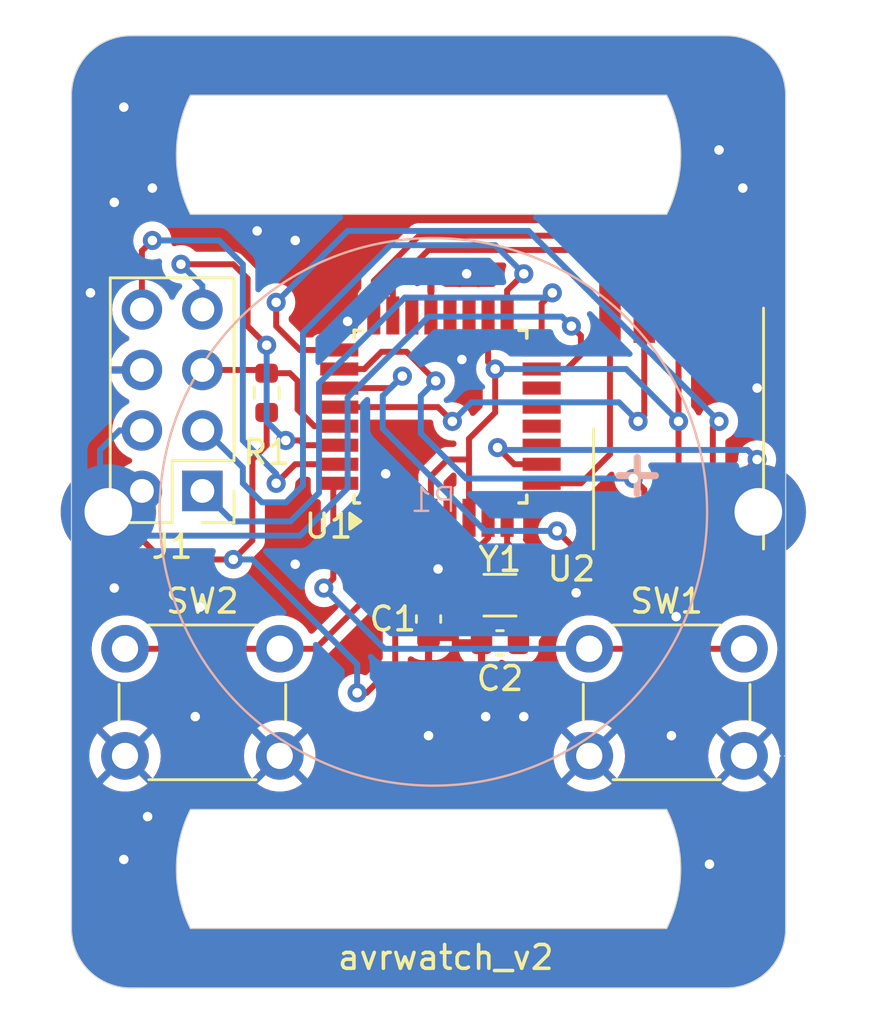
<source format=kicad_pcb>
(kicad_pcb (version 20240108) (generator "pcbnew") (generator_version "8.0")
  (layers (0 "F.Cu" signal) (31 "B.Cu" signal) (34 "B.Paste" user) (35 "F.Paste" user) (36 "B.SilkS" user "B.Silkscreen") (37 "F.SilkS" user "F.Silkscreen") (38 "B.Mask" user) (39 "F.Mask" user) (44 "Edge.Cuts" user))
  (net 0 "")
  (net 1 "Net-(U1-XTAL1{slash}PB6)")
  (net 2 "Net-(U1-XTAL2{slash}PB7)")
  (net 3 "/MISO")
  (net 4 "/TX")
  (net 5 "/SCK")
  (net 6 "/RX")
  (net 7 "GND")
  (net 8 "VCC")
  (net 9 "/MOSI")
  (net 10 "Net-(U1-PD2)")
  (net 11 "/RST")
  (net 12 "Net-(U1-PD3)")
  (net 14 "Net-(U1-PC5)")
  (net 17 "Net-(U1-PD5)")
  (net 18 "Net-(U1-PC0)")
  (net 19 "Net-(U1-PC1)")
  (net 21 "Net-(U1-PC3)")
  (net 22 "Net-(U1-PC2)")
  (net 27 "Net-(U1-PD6)")
  (net 28 "Net-(U1-PC4)")
  (footprint "Package_QFP:TQFP-32_7x7mm_P0.8mm" (layer "F.Cu") (at 130.5 71 90)
    (property "Reference" "U1" (at -4.6 -4.7 0) (layer "F.SilkS"))
    (property "Value" "ATmega328P-AU")
    (fp_line (start 3.625 -3.625) (end 3.3 -3.625) (stroke (width 0.15)) (layer "F.SilkS"))
    (fp_line (start 3.625 -3.625) (end 3.625 -3.3) (stroke (width 0.15)) (layer "F.SilkS"))
    (fp_line (start -3.625 -3.625) (end -3.3 -3.625) (stroke (width 0.15)) (layer "F.SilkS"))
    (fp_line (start -3.625 -3.625) (end -3.625 -3.4) (stroke (width 0.15)) (layer "F.SilkS"))
    (fp_line (start 3.625 3.625) (end 3.625 3.3) (stroke (width 0.15)) (layer "F.SilkS"))
    (fp_line (start 3.625 3.625) (end 3.3 3.625) (stroke (width 0.15)) (layer "F.SilkS"))
    (fp_line (start -3.625 3.625) (end -3.625 3.3) (stroke (width 0.15)) (layer "F.SilkS"))
    (fp_line (start -3.625 3.625) (end -3.3 3.625) (stroke (width 0.15)) (layer "F.SilkS"))
    (fp_poly (pts (xy -4.39 -3.34) (xy -4.73 -3.81) (xy -4.05 -3.81) (xy -4.39 -3.34)) (stroke (width 0.12)) (fill solid) (layer "F.SilkS"))
    (pad "1" smd rect (at -4.25 -2.8 90) (size 1.6 0.55) (layers "F.Cu" "F.Paste" "F.Mask") (net 12 "Net-(U1-PD3)"))
    (pad "2" smd rect (at -4.25 -2 90) (size 1.6 0.55) (layers "F.Cu" "F.Paste" "F.Mask"))
    (pad "3" smd rect (at -4.25 -1.2 90) (size 1.6 0.55) (layers "F.Cu" "F.Paste" "F.Mask") (net 7 "GND"))
    (pad "4" smd rect (at -4.25 -0.4 90) (size 1.6 0.55) (layers "F.Cu" "F.Paste" "F.Mask") (net 8 "VCC"))
    (pad "5" smd rect (at -4.25 0.4 90) (size 1.6 0.55) (layers "F.Cu" "F.Paste" "F.Mask") (net 7 "GND"))
    (pad "6" smd rect (at -4.25 1.2 90) (size 1.6 0.55) (layers "F.Cu" "F.Paste" "F.Mask") (net 8 "VCC"))
    (pad "7" smd rect (at -4.25 2 90) (size 1.6 0.55) (layers "F.Cu" "F.Paste" "F.Mask") (net 1 "Net-(U1-XTAL1{slash}PB6)"))
    (pad "8" smd rect (at -4.25 2.8 90) (size 1.6 0.55) (layers "F.Cu" "F.Paste" "F.Mask") (net 2 "Net-(U1-XTAL2{slash}PB7)"))
    (pad "9" smd rect (at -2.8 4.25 180) (size 1.6 0.55) (layers "F.Cu" "F.Paste" "F.Mask") (net 17 "Net-(U1-PD5)"))
    (pad "10" smd rect (at -2 4.25 180) (size 1.6 0.55) (layers "F.Cu" "F.Paste" "F.Mask") (net 27 "Net-(U1-PD6)"))
    (pad "11" smd rect (at -1.2 4.25 180) (size 1.6 0.55) (layers "F.Cu" "F.Paste" "F.Mask"))
    (pad "12" smd rect (at -0.4 4.25 180) (size 1.6 0.55) (layers "F.Cu" "F.Paste" "F.Mask"))
    (pad "13" smd rect (at 0.4 4.25 180) (size 1.6 0.55) (layers "F.Cu" "F.Paste" "F.Mask"))
    (pad "14" smd rect (at 1.2 4.25 180) (size 1.6 0.55) (layers "F.Cu" "F.Paste" "F.Mask"))
    (pad "15" smd rect (at 2 4.25 180) (size 1.6 0.55) (layers "F.Cu" "F.Paste" "F.Mask") (net 9 "/MOSI"))
    (pad "16" smd rect (at 2.8 4.25 180) (size 1.6 0.55) (layers "F.Cu" "F.Paste" "F.Mask") (net 3 "/MISO"))
    (pad "17" smd rect (at 4.25 2.8 90) (size 1.6 0.55) (layers "F.Cu" "F.Paste" "F.Mask") (net 5 "/SCK"))
    (pad "18" smd rect (at 4.25 2 90) (size 1.6 0.55) (layers "F.Cu" "F.Paste" "F.Mask") (net 8 "VCC"))
    (pad "19" smd rect (at 4.25 1.2 90) (size 1.6 0.55) (layers "F.Cu" "F.Paste" "F.Mask"))
    (pad "20" smd rect (at 4.25 0.4 90) (size 1.6 0.55) (layers "F.Cu" "F.Paste" "F.Mask"))
    (pad "21" smd rect (at 4.25 -0.4 90) (size 1.6 0.55) (layers "F.Cu" "F.Paste" "F.Mask") (net 7 "GND"))
    (pad "22" smd rect (at 4.25 -1.2 90) (size 1.6 0.55) (layers "F.Cu" "F.Paste" "F.Mask"))
    (pad "23" smd rect (at 4.25 -2 90) (size 1.6 0.55) (layers "F.Cu" "F.Paste" "F.Mask") (net 18 "Net-(U1-PC0)"))
    (pad "24" smd rect (at 4.25 -2.8 90) (size 1.6 0.55) (layers "F.Cu" "F.Paste" "F.Mask") (net 19 "Net-(U1-PC1)"))
    (pad "25" smd rect (at 2.8 -4.25 180) (size 1.6 0.55) (layers "F.Cu" "F.Paste" "F.Mask") (net 22 "Net-(U1-PC2)"))
    (pad "26" smd rect (at 2 -4.25 180) (size 1.6 0.55) (layers "F.Cu" "F.Paste" "F.Mask") (net 21 "Net-(U1-PC3)"))
    (pad "27" smd rect (at 1.2 -4.25 180) (size 1.6 0.55) (layers "F.Cu" "F.Paste" "F.Mask") (net 28 "Net-(U1-PC4)"))
    (pad "28" smd rect (at 0.4 -4.25 180) (size 1.6 0.55) (layers "F.Cu" "F.Paste" "F.Mask") (net 14 "Net-(U1-PC5)"))
    (pad "29" smd rect (at -0.4 -4.25 180) (size 1.6 0.55) (layers "F.Cu" "F.Paste" "F.Mask") (net 11 "/RST"))
    (pad "30" smd rect (at -1.2 -4.25 180) (size 1.6 0.55) (layers "F.Cu" "F.Paste" "F.Mask") (net 6 "/RX"))
    (pad "31" smd rect (at -2 -4.25 180) (size 1.6 0.55) (layers "F.Cu" "F.Paste" "F.Mask") (net 4 "/TX"))
    (pad "32" smd rect (at -2.8 -4.25 180) (size 1.6 0.55) (layers "F.Cu" "F.Paste" "F.Mask") (net 10 "Net-(U1-PD2)"))
  )
  (footprint "Display_7Segment:KCSC02-105" (layer "F.Cu") (at 140.5 71.5 90)
    (property "Reference" "U2" (at -5.9 -4.5 0) (layer "F.SilkS"))
    (property "Value" "KCSA02-105")
    (fp_line (start -5.06 -3.57) (end 0 -3.57) (stroke (width 0.12)) (layer "F.SilkS"))
    (fp_line (start 5.06 3.57) (end -5.06 3.57) (stroke (width 0.12)) (layer "F.SilkS"))
    (pad "1" smd rect (at -5 -2.88 90) (size 2.8 0.9) (layers "F.Cu" "F.Paste" "F.Mask") (net 28 "Net-(U1-PC4)"))
    (pad "2" smd rect (at -5 -1.44 90) (size 2.8 0.9) (layers "F.Cu" "F.Paste" "F.Mask") (net 21 "Net-(U1-PC3)"))
    (pad "3" smd rect (at -5 0 90) (size 2.8 0.9) (layers "F.Cu" "F.Paste" "F.Mask") (net 8 "VCC"))
    (pad "4" smd rect (at -5 1.44 90) (size 2.8 0.9) (layers "F.Cu" "F.Paste" "F.Mask") (net 22 "Net-(U1-PC2)"))
    (pad "5" smd rect (at -5 2.88 90) (size 2.8 0.9) (layers "F.Cu" "F.Paste" "F.Mask") (net 27 "Net-(U1-PD6)"))
    (pad "6" smd rect (at 5 2.88 90) (size 2.8 0.9) (layers "F.Cu" "F.Paste" "F.Mask") (net 19 "Net-(U1-PC1)"))
    (pad "7" smd rect (at 5 1.44 90) (size 2.8 0.9) (layers "F.Cu" "F.Paste" "F.Mask") (net 18 "Net-(U1-PC0)"))
    (pad "8" smd rect (at 5 0 90) (size 2.8 0.9) (layers "F.Cu" "F.Paste" "F.Mask") (net 8 "VCC"))
    (pad "9" smd rect (at 5 -1.44 90) (size 2.8 0.9) (layers "F.Cu" "F.Paste" "F.Mask") (net 14 "Net-(U1-PC5)"))
    (pad "10" smd rect (at 5 -2.88 90) (size 2.8 0.9) (layers "F.Cu" "F.Paste" "F.Mask") (net 17 "Net-(U1-PD5)"))
  )
  (footprint "Resistor_SMD:R_0603_1608Metric" (layer "F.Cu") (at 123.2 70 90)
    (property "Reference" "R1" (at -2.5 0 180) (layer "F.SilkS"))
    (property "Value" "10k")
    (fp_line (start -0.237258 -0.5225) (end 0.237258 -0.5225) (stroke (width 0.12)) (layer "F.SilkS"))
    (fp_line (start -0.237258 0.5225) (end 0.237258 0.5225) (stroke (width 0.12)) (layer "F.SilkS"))
    (pad "1" smd roundrect (at -0.825 0 90) (size 0.8 0.95) (layers "F.Cu" "F.Paste" "F.Mask") (net 8 "VCC"))
    (pad "2" smd roundrect (at 0.825 0 90) (size 0.8 0.95) (layers "F.Cu" "F.Paste" "F.Mask") (net 11 "/RST"))
  )
  (footprint "Connector_PinHeader_2.54mm:PinHeader_2x04_P2.54mm_Vertical" (layer "F.Cu") (at 120.5 74.12 180)
    (property "Reference" "J1" (at 1.27 -2.33 0) (layer "F.SilkS"))
    (property "Value" "ICP")
    (fp_line (start 3.87 -1.33) (end 3.87 8.95) (stroke (width 0.12)) (layer "F.SilkS"))
    (fp_line (start 1.27 1.27) (end 1.27 -1.33) (stroke (width 0.12)) (layer "F.SilkS"))
    (fp_line (start 1.27 -1.33) (end 3.87 -1.33) (stroke (width 0.12)) (layer "F.SilkS"))
    (fp_line (start -1.33 8.95) (end 3.87 8.95) (stroke (width 0.12)) (layer "F.SilkS"))
    (fp_line (start -1.33 1.27) (end 1.27 1.27) (stroke (width 0.12)) (layer "F.SilkS"))
    (fp_line (start -1.33 1.27) (end -1.33 8.95) (stroke (width 0.12)) (layer "F.SilkS"))
    (fp_line (start -1.33 0) (end -1.33 -1.33) (stroke (width 0.12)) (layer "F.SilkS"))
    (fp_line (start -1.33 -1.33) (end 0 -1.33) (stroke (width 0.12)) (layer "F.SilkS"))
    (pad "1" thru_hole rect (at 0 0 180) (size 1.7 1.7) (drill 1) (layers "*.Cu" "*.Mask") (net 3 "/MISO"))
    (pad "2" thru_hole oval (at 2.54 0 180) (size 1.7 1.7) (drill 1) (layers "*.Cu" "*.Mask") (net 8 "VCC"))
    (pad "3" thru_hole oval (at 0 2.54 180) (size 1.7 1.7) (drill 1) (layers "*.Cu" "*.Mask") (net 5 "/SCK"))
    (pad "4" thru_hole oval (at 2.54 2.54 180) (size 1.7 1.7) (drill 1) (layers "*.Cu" "*.Mask") (net 9 "/MOSI"))
    (pad "5" thru_hole oval (at 0 5.08 180) (size 1.7 1.7) (drill 1) (layers "*.Cu" "*.Mask") (net 11 "/RST"))
    (pad "6" thru_hole oval (at 2.54 5.08 180) (size 1.7 1.7) (drill 1) (layers "*.Cu" "*.Mask") (net 7 "GND"))
    (pad "7" thru_hole oval (at 0 7.62 180) (size 1.7 1.7) (drill 1) (layers "*.Cu" "*.Mask") (net 6 "/RX"))
    (pad "8" thru_hole oval (at 2.54 7.62 180) (size 1.7 1.7) (drill 1) (layers "*.Cu" "*.Mask") (net 4 "/TX"))
  )
  (footprint "QuorumPrecision:SW_PUSH_6mm_H9.5mm_center" (layer "F.Cu") (at 120.5 83)
    (property "Reference" "SW2" (at 0 -4.25 0) (layer "F.SilkS"))
    (property "Value" "SW_Push")
    (fp_line (start -3.5 -0.75) (end -3.5 0.75) (stroke (width 0.12)) (layer "F.SilkS"))
    (fp_line (start -2.25 3.25) (end 2.25 3.25) (stroke (width 0.12)) (layer "F.SilkS"))
    (fp_line (start 2.25 -3.25) (end -2.25 -3.25) (stroke (width 0.12)) (layer "F.SilkS"))
    (fp_line (start 3.5 0.75) (end 3.5 -0.75) (stroke (width 0.12)) (layer "F.SilkS"))
    (pad "1" thru_hole circle (at -3.25 -2.25 90) (size 2 2) (drill 1.1) (layers "*.Cu" "*.Mask") (net 12 "Net-(U1-PD3)"))
    (pad "1" thru_hole circle (at 3.25 -2.25 90) (size 2 2) (drill 1.1) (layers "*.Cu" "*.Mask") (net 12 "Net-(U1-PD3)"))
    (pad "2" thru_hole circle (at -3.25 2.25 90) (size 2 2) (drill 1.1) (layers "*.Cu" "*.Mask") (net 7 "GND"))
    (pad "2" thru_hole circle (at 3.25 2.25 90) (size 2 2) (drill 1.1) (layers "*.Cu" "*.Mask") (net 7 "GND"))
  )
  (footprint "QuorumPrecision:SW_PUSH_6mm_H9.5mm_center" (layer "F.Cu") (at 140 83)
    (property "Reference" "SW1" (at 0 -4.25 0) (layer "F.SilkS"))
    (property "Value" "SW_Push")
    (fp_line (start -3.5 -0.75) (end -3.5 0.75) (stroke (width 0.12)) (layer "F.SilkS"))
    (fp_line (start -2.25 3.25) (end 2.25 3.25) (stroke (width 0.12)) (layer "F.SilkS"))
    (fp_line (start 2.25 -3.25) (end -2.25 -3.25) (stroke (width 0.12)) (layer "F.SilkS"))
    (fp_line (start 3.5 0.75) (end 3.5 -0.75) (stroke (width 0.12)) (layer "F.SilkS"))
    (pad "1" thru_hole circle (at -3.25 -2.25 90) (size 2 2) (drill 1.1) (layers "*.Cu" "*.Mask") (net 10 "Net-(U1-PD2)"))
    (pad "1" thru_hole circle (at 3.25 -2.25 90) (size 2 2) (drill 1.1) (layers "*.Cu" "*.Mask") (net 10 "Net-(U1-PD2)"))
    (pad "2" thru_hole circle (at -3.25 2.25 90) (size 2 2) (drill 1.1) (layers "*.Cu" "*.Mask") (net 7 "GND"))
    (pad "2" thru_hole circle (at 3.25 2.25 90) (size 2 2) (drill 1.1) (layers "*.Cu" "*.Mask") (net 7 "GND"))
  )
  (footprint "Crystal:Crystal_SMD_3215-2Pin_3.2x1.5mm" (layer "F.Cu") (at 133 78.5 180)
    (property "Reference" "Y1" (at 0 1.5 180) (layer "F.SilkS"))
    (property "Value" "ABS07-120-32.768KHZ-T")
    (fp_line (start -0.675 0.875) (end 0.675 0.875) (stroke (width 0.12)) (layer "F.SilkS"))
    (fp_line (start -0.675 -0.875) (end 0.675 -0.875) (stroke (width 0.12)) (layer "F.SilkS"))
    (pad "1" smd rect (at 1.25 0 180) (size 1 1.8) (layers "F.Cu" "F.Paste" "F.Mask") (net 1 "Net-(U1-XTAL1{slash}PB6)"))
    (pad "2" smd rect (at -1.25 0 180) (size 1 1.8) (layers "F.Cu" "F.Paste" "F.Mask") (net 2 "Net-(U1-XTAL2{slash}PB7)"))
  )
  (footprint "Capacitor_SMD:C_0603_1608Metric" (layer "F.Cu") (at 130 79.5 90)
    (property "Reference" "C1" (at 0 -1.5 0) (layer "F.SilkS"))
    (property "Value" "6p")
    (fp_line (start -0.14058 -0.51) (end 0.14058 -0.51) (stroke (width 0.12)) (layer "F.SilkS"))
    (fp_line (start -0.14058 0.51) (end 0.14058 0.51) (stroke (width 0.12)) (layer "F.SilkS"))
    (pad "1" smd roundrect (at -0.775 0 90) (size 0.9 0.95) (layers "F.Cu" "F.Paste" "F.Mask") (net 7 "GND"))
    (pad "2" smd roundrect (at 0.775 0 90) (size 0.9 0.95) (layers "F.Cu" "F.Paste" "F.Mask") (net 1 "Net-(U1-XTAL1{slash}PB6)"))
  )
  (footprint "Capacitor_SMD:C_0603_1608Metric" (layer "F.Cu") (at 133 80.5)
    (property "Reference" "C2" (at 0 1.5 0) (layer "F.SilkS"))
    (property "Value" "6p")
    (fp_line (start -0.14058 -0.51) (end 0.14058 -0.51) (stroke (width 0.12)) (layer "F.SilkS"))
    (fp_line (start -0.14058 0.51) (end 0.14058 0.51) (stroke (width 0.12)) (layer "F.SilkS"))
    (pad "1" smd roundrect (at -0.775 0) (size 0.9 0.95) (layers "F.Cu" "F.Paste" "F.Mask") (net 7 "GND"))
    (pad "2" smd roundrect (at 0.775 0) (size 0.9 0.95) (layers "F.Cu" "F.Paste" "F.Mask") (net 2 "Net-(U1-XTAL2{slash}PB7)"))
  )
  (footprint "QuorumPrecision:CR2032-120591" (layer "B.Cu") (at 130.2 75 180)
    (property "Reference" "P1" (at 0 0.5 0) (layer "B.SilkS") (effects (font (thickness 0.1)) (justify mirror)))
    (property "Value" "~")
    (fp_circle (center 0 0) (end 0 11.5) (stroke (width 0.1)) (fill none) (layer "B.SilkS"))
    (fp_text user "+" (at -10 0.5 0) (layer "B.SilkS") (effects (font (size 2 2) (thickness 0.3)) (justify left bottom mirror)))
    (pad "1" thru_hole circle (at -13.65 0 180) (size 4 4) (drill 2) (layers "*.Cu" "*.Mask") (net 8 "VCC"))
    (pad "2" thru_hole circle (at 13.65 0 180) (size 4 4) (drill 2) (layers "*.Cu" "*.Mask") (net 7 "GND"))
  )
  (gr_line (start 120.000001 87.5) (end 139.999999 87.5) (stroke (width 0.05)) (layer "Edge.Cuts"))
  (gr_line (start 139.999999 62.5) (end 120.000001 62.5) (stroke (width 0.05)) (layer "Edge.Cuts"))
  (gr_line (start 117.5 95) (end 142.5 95) (stroke (width 0.05)) (layer "Edge.Cuts"))
  (gr_arc (start 115 57.5) (mid 115.732233 55.732233) (end 117.5 55) (stroke (width 0.05)) (layer "Edge.Cuts"))
  (gr_line (start 142.5 55) (end 117.5 55) (stroke (width 0.05)) (layer "Edge.Cuts"))
  (gr_arc (start 117.5 95) (mid 115.732233 94.267767) (end 115 92.5) (stroke (width 0.05)) (layer "Edge.Cuts"))
  (gr_arc (start 145 92.5) (mid 144.267767 94.267767) (end 142.5 95) (stroke (width 0.05)) (layer "Edge.Cuts"))
  (gr_line (start 115 57.5) (end 115 92.5) (stroke (width 0.05)) (layer "Edge.Cuts"))
  (gr_line (start 120.000001 92.5) (end 139.999999 92.5) (stroke (width 0.05)) (layer "Edge.Cuts"))
  (gr_line (start 145 92.5) (end 145 57.5) (stroke (width 0.05)) (layer "Edge.Cuts"))
  (gr_arc (start 120.000001 62.5) (mid 119.409831 60) (end 120.000001 57.5) (stroke (width 0.05)) (layer "Edge.Cuts"))
  (gr_line (start 139.999999 57.5) (end 120.000001 57.5) (stroke (width 0.05)) (layer "Edge.Cuts"))
  (gr_arc (start 139.999999 57.5) (mid 140.590169 60) (end 139.999999 62.5) (stroke (width 0.05)) (layer "Edge.Cuts"))
  (gr_arc (start 139.999999 87.5) (mid 140.590169 90) (end 139.999999 92.5) (stroke (width 0.05)) (layer "Edge.Cuts"))
  (gr_arc (start 120.000001 92.5) (mid 119.409831 90) (end 120.000001 87.5) (stroke (width 0.05)) (layer "Edge.Cuts"))
  (gr_arc (start 142.5 55) (mid 144.267767 55.732233) (end 145 57.5) (stroke (width 0.05)) (layer "Edge.Cuts"))
  (gr_text "avrwatch_v2" (at 126.1 94.3 0) (layer "F.SilkS") (effects (font (size 1 1)) (justify left bottom)))
  (segment (start 131.525 78.725) (end 131.75 78.5) (width 0.25) (layer "F.Cu") (net 1))
  (segment (start 131.75 76.85) (end 131.75 78.5) (width 0.25) (layer "F.Cu") (net 1))
  (segment (start 132.5 75.25) (end 132.5 76.1) (width 0.25) (layer "F.Cu") (net 1))
  (segment (start 130 78.725) (end 131.525 78.725) (width 0.25) (layer "F.Cu") (net 1))
  (segment (start 132.5 76.1) (end 131.75 76.85) (width 0.25) (layer "F.Cu") (net 1))
  (segment (start 133.3 75.25) (end 133.3 76.3) (width 0.25) (layer "F.Cu") (net 2))
  (segment (start 134.25 80.025) (end 133.775 80.5) (width 0.25) (layer "F.Cu") (net 2))
  (segment (start 134.25 78.5) (end 134.25 80.025) (width 0.25) (layer "F.Cu") (net 2))
  (segment (start 134.25 77.25) (end 134.25 78.5) (width 0.25) (layer "F.Cu") (net 2))
  (segment (start 133.3 76.3) (end 134.25 77.25) (width 0.25) (layer "F.Cu") (net 2))
  (segment (start 134.75 66.25) (end 134.75 68.2) (width 0.25) (layer "F.Cu") (net 3))
  (segment (start 135.2 65.8) (end 134.75 66.25) (width 0.25) (layer "F.Cu") (net 3))
  (via (at 135.2 65.8) (size 0.8) (drill 0.4) (layers "F.Cu" "B.Cu") (net 3))
  (segment (start 121.78 75.4) (end 120.5 74.12) (width 0.25) (layer "B.Cu") (net 3))
  (segment (start 124.2 75.4) (end 121.78 75.4) (width 0.25) (layer "B.Cu") (net 3))
  (segment (start 125.4 69.6) (end 125.4 74.2) (width 0.25) (layer "B.Cu") (net 3))
  (segment (start 129 66) (end 125.4 69.6) (width 0.25) (layer "B.Cu") (net 3))
  (segment (start 135.2 65.8) (end 135 66) (width 0.25) (layer "B.Cu") (net 3))
  (segment (start 125.4 74.2) (end 124.2 75.4) (width 0.25) (layer "B.Cu") (net 3))
  (segment (start 135 66) (end 129 66) (width 0.25) (layer "B.Cu") (net 3))
  (segment (start 123.6 73.8) (end 124.4 73) (width 0.25) (layer "F.Cu") (net 4))
  (segment (start 124.4 73) (end 126.25 73) (width 0.25) (layer "F.Cu") (net 4))
  (segment (start 117.96 64.04) (end 118.4 63.6) (width 0.25) (layer "F.Cu") (net 4))
  (segment (start 117.96 66.5) (end 117.96 64.04) (width 0.25) (layer "F.Cu") (net 4))
  (via (at 123.6 73.8) (size 0.8) (drill 0.4) (layers "F.Cu" "B.Cu") (net 4))
  (via (at 118.4 63.6) (size 0.8) (drill 0.4) (layers "F.Cu" "B.Cu") (net 4))
  (segment (start 123.6 73.4) (end 123.6 73.8) (width 0.25) (layer "B.Cu") (net 4))
  (segment (start 118.4 63.6) (end 121.2 63.6) (width 0.25) (layer "B.Cu") (net 4))
  (segment (start 122.2 64.6) (end 122.2 72) (width 0.25) (layer "B.Cu") (net 4))
  (segment (start 121.2 63.6) (end 122.2 64.6) (width 0.25) (layer "B.Cu") (net 4))
  (segment (start 122.2 72) (end 123.6 73.4) (width 0.25) (layer "B.Cu") (net 4))
  (segment (start 133.3 65.7) (end 134 65) (width 0.25) (layer "F.Cu") (net 5))
  (segment (start 133.3 66.75) (end 133.3 65.7) (width 0.25) (layer "F.Cu") (net 5))
  (via (at 134 65) (size 0.8) (drill 0.4) (layers "F.Cu" "B.Cu") (net 5))
  (segment (start 124.725 67.475) (end 124.725 73.887653) (width 0.25) (layer "B.Cu") (net 5))
  (segment (start 122.2 73.8) (end 122.2 73.14) (width 0.25) (layer "B.Cu") (net 5))
  (segment (start 128.4 63.8) (end 124.725 67.475) (width 0.25) (layer "B.Cu") (net 5))
  (segment (start 124.725 73.887653) (end 124.012653 74.6) (width 0.25) (layer "B.Cu") (net 5))
  (segment (start 120.64 71.58) (end 120.5 71.58) (width 0.25) (layer "B.Cu") (net 5))
  (segment (start 122.2 73.14) (end 120.64 71.58) (width 0.25) (layer "B.Cu") (net 5))
  (segment (start 124.012653 74.6) (end 123 74.6) (width 0.25) (layer "B.Cu") (net 5))
  (segment (start 132.8 63.8) (end 128.4 63.8) (width 0.25) (layer "B.Cu") (net 5))
  (segment (start 123 74.6) (end 122.2 73.8) (width 0.25) (layer "B.Cu") (net 5))
  (segment (start 134 65) (end 132.8 63.8) (width 0.25) (layer "B.Cu") (net 5))
  (segment (start 123.2 68) (end 122.4 67.2) (width 0.25) (layer "F.Cu") (net 6))
  (segment (start 121.8 64.6) (end 119.6 64.6) (width 0.25) (layer "F.Cu") (net 6))
  (segment (start 124.6 72) (end 124.8 72.2) (width 0.25) (layer "F.Cu") (net 6))
  (segment (start 122.4 65.2) (end 121.8 64.6) (width 0.25) (layer "F.Cu") (net 6))
  (segment (start 122.4 67.2) (end 122.4 65.2) (width 0.25) (layer "F.Cu") (net 6))
  (segment (start 124 72) (end 124.6 72) (width 0.25) (layer "F.Cu") (net 6))
  (segment (start 124.8 72.2) (end 126.25 72.2) (width 0.25) (layer "F.Cu") (net 6))
  (via (at 124 72) (size 0.8) (drill 0.4) (layers "F.Cu" "B.Cu") (net 6))
  (via (at 123.2 68) (size 0.8) (drill 0.4) (layers "F.Cu" "B.Cu") (net 6))
  (via (at 119.6 64.6) (size 0.8) (drill 0.4) (layers "F.Cu" "B.Cu") (net 6))
  (segment (start 120.5 65.5) (end 119.6 64.6) (width 0.25) (layer "B.Cu") (net 6))
  (segment (start 120.5 66.5) (end 120.5 65.5) (width 0.25) (layer "B.Cu") (net 6))
  (segment (start 123.2 68) (end 123.2 71.2) (width 0.25) (layer "B.Cu") (net 6))
  (segment (start 123.2 71.2) (end 124 72) (width 0.25) (layer "B.Cu") (net 6))
  (via (at 130 84.4) (size 0.8) (drill 0.4) (layers "F.Cu" "B.Cu") (net 7))
  (via (at 130.4 77.4) (size 0.8) (drill 0.4) (layers "F.Cu" "B.Cu") (net 7))
  (via (at 134 83.6) (size 0.8) (drill 0.4) (layers "F.Cu" "B.Cu") (net 7))
  (via (at 132.4 83.6) (size 0.8) (drill 0.4) (layers "F.Cu" "B.Cu") (net 7))
  (via (at 122.8 63.2) (size 0.8) (drill 0.4) (layers "F.Cu" "B.Cu") (net 7))
  (via (at 118.2 87.8) (size 0.8) (drill 0.4) (layers "F.Cu" "B.Cu") (net 7))
  (via (at 140.2 84.4) (size 0.8) (drill 0.4) (layers "F.Cu" "B.Cu") (net 7))
  (via (at 120.2 83.6) (size 0.8) (drill 0.4) (layers "F.Cu" "B.Cu") (net 7))
  (via (at 126.6 67) (size 0.8) (drill 0.4) (layers "F.Cu" "B.Cu") (net 7))
  (via (at 140.4 79.4) (size 0.8) (drill 0.4) (layers "F.Cu" "B.Cu") (net 7))
  (via (at 116.8 62) (size 0.8) (drill 0.4) (layers "F.Cu" "B.Cu") (net 7))
  (via (at 142.2 59.8) (size 0.8) (drill 0.4) (layers "F.Cu" "B.Cu") (net 7))
  (via (at 124.4 63.6) (size 0.8) (drill 0.4) (layers "F.Cu" "B.Cu") (net 7))
  (via (at 131.6 65) (size 0.8) (drill 0.4) (layers "F.Cu" "B.Cu") (net 7))
  (via (at 131.4 68.6) (size 0.8) (drill 0.4) (layers "F.Cu" "B.Cu") (net 7))
  (via (at 116.8 78.2) (size 0.8) (drill 0.4) (layers "F.Cu" "B.Cu") (net 7))
  (via (at 117.2 89.6) (size 0.8) (drill 0.4) (layers "F.Cu" "B.Cu") (net 7))
  (via (at 141.8 89.8) (size 0.8) (drill 0.4) (layers "F.Cu" "B.Cu") (net 7))
  (via (at 117.2 58) (size 0.8) (drill 0.4) (layers "F.Cu" "B.Cu") (net 7))
  (via (at 124.4 77.2) (size 0.8) (drill 0.4) (layers "F.Cu" "B.Cu") (net 7))
  (via (at 120.4 79) (size 0.8) (drill 0.4) (layers "F.Cu" "B.Cu") (net 7))
  (via (at 115.8 65.8) (size 0.8) (drill 0.4) (layers "F.Cu" "B.Cu") (net 7))
  (via (at 143.8 69.8) (size 0.8) (drill 0.4) (layers "F.Cu" "B.Cu") (net 7))
  (via (at 128.2 73.4) (size 0.8) (drill 0.4) (layers "F.Cu" "B.Cu") (net 7))
  (via (at 136.2 78.4) (size 0.8) (drill 0.4) (layers "F.Cu" "B.Cu") (net 7))
  (via (at 118.4 61.4) (size 0.8) (drill 0.4) (layers "F.Cu" "B.Cu") (net 7))
  (via (at 143.2 61.4) (size 0.8) (drill 0.4) (layers "F.Cu" "B.Cu") (net 7))
  (segment (start 132.8 70.825306) (end 132.8 69) (width 0.25) (layer "F.Cu") (net 8))
  (segment (start 130.1 76.1) (end 128.6 77.6) (width 0.25) (layer "F.Cu") (net 8))
  (segment (start 140.5 66.5) (end 140.5 71.2) (width 0.25) (layer "F.Cu") (net 8))
  (segment (start 131.7 72.8) (end 131.7 71.925306) (width 0.25) (layer "F.Cu") (net 8))
  (segment (start 121.8 77) (end 122.6 76.2) (width 0.25) (layer "F.Cu") (net 8))
  (segment (start 130.1 75.25) (end 130.1 73.5) (width 0.25) (layer "F.Cu") (net 8))
  (segment (start 130.8 72.8) (end 131.7 72.8) (width 0.25) (layer "F.Cu") (net 8))
  (segment (start 130.1 75.25) (end 130.1 76.1) (width 0.25) (layer "F.Cu") (net 8))
  (segment (start 128.6 81.4) (end 127.4 82.6) (width 0.25) (layer "F.Cu") (net 8))
  (segment (start 122.6 76.2) (end 122.6 72.8) (width 0.25) (layer "F.Cu") (net 8))
  (segment (start 118.8 77) (end 121.8 77) (width 0.25) (layer "F.Cu") (net 8))
  (segment (start 127.4 82.6) (end 127 82.6) (width 0.25) (layer "F.Cu") (net 8))
  (segment (start 140.5 71.2) (end 140.5 76.5) (width 0.25) (layer "F.Cu") (net 8))
  (segment (start 131.7 75.25) (end 131.7 72.8) (width 0.25) (layer "F.Cu") (net 8))
  (segment (start 128.6 77.6) (end 128.6 81.4) (width 0.25) (layer "F.Cu") (net 8))
  (segment (start 117.96 76.16) (end 118.8 77) (width 0.25) (layer "F.Cu") (net 8))
  (segment (start 123.2 72.2) (end 123.2 70.825) (width 0.25) (layer "F.Cu") (net 8))
  (segment (start 122.6 72.8) (end 123.2 72.2) (width 0.25) (layer "F.Cu") (net 8))
  (segment (start 117.96 74.12) (end 117.96 76.16) (width 0.25) (layer "F.Cu") (net 8))
  (segment (start 131.7 71.925306) (end 132.8 70.825306) (width 0.25) (layer "F.Cu") (net 8))
  (segment (start 130.1 73.5) (end 130.8 72.8) (width 0.25) (layer "F.Cu") (net 8))
  (segment (start 132.8 69) (end 132.5 68.7) (width 0.25) (layer "F.Cu") (net 8))
  (segment (start 132.5 68.7) (end 132.5 66.75) (width 0.25) (layer "F.Cu") (net 8))
  (via (at 127 82.6) (size 0.8) (drill 0.4) (layers "F.Cu" "B.Cu") (net 8))
  (via (at 140.5 71.2) (size 0.8) (drill 0.4) (layers "F.Cu" "B.Cu") (net 8))
  (via (at 121.8 77) (size 0.8) (drill 0.4) (layers "F.Cu" "B.Cu") (net 8))
  (via (at 132.8 69) (size 0.8) (drill 0.4) (layers "F.Cu" "B.Cu") (net 8))
  (segment (start 138.3 69) (end 140.5 71.2) (width 0.25) (layer "B.Cu") (net 8))
  (segment (start 127 82.6) (end 127 81.4) (width 0.25) (layer "B.Cu") (net 8))
  (segment (start 122.6 77) (end 121.8 77) (width 0.25) (layer "B.Cu") (net 8))
  (segment (start 132.8 69) (end 138.3 69) (width 0.25) (layer "B.Cu") (net 8))
  (segment (start 127 81.4) (end 122.6 77) (width 0.25) (layer "B.Cu") (net 8))
  (segment (start 136 67.2) (end 136.4 67.6) (width 0.25) (layer "F.Cu") (net 9))
  (segment (start 136.4 67.6) (end 136.4 68.4) (width 0.25) (layer "F.Cu") (net 9))
  (segment (start 136.4 68.4) (end 135.8 69) (width 0.25) (layer "F.Cu") (net 9))
  (segment (start 135.8 69) (end 134.75 69) (width 0.25) (layer "F.Cu") (net 9))
  (via (at 136 67.2) (size 0.8) (drill 0.4) (layers "F.Cu" "B.Cu") (net 9))
  (segment (start 136 67.2) (end 135.6 66.8) (width 0.25) (layer "B.Cu") (net 9))
  (segment (start 135.6 66.8) (end 130 66.8) (width 0.25) (layer "B.Cu") (net 9))
  (segment (start 116.2 72.4) (end 117.02 71.58) (width 0.25) (layer "B.Cu") (net 9))
  (segment (start 130 66.8) (end 126.6 70.2) (width 0.25) (layer "B.Cu") (net 9))
  (segment (start 116.8 76) (end 116.2 75.4) (width 0.25) (layer "B.Cu") (net 9))
  (segment (start 116.2 75.4) (end 116.2 72.4) (width 0.25) (layer "B.Cu") (net 9))
  (segment (start 126.6 74) (end 124.6 76) (width 0.25) (layer "B.Cu") (net 9))
  (segment (start 126.6 70.2) (end 126.6 74) (width 0.25) (layer "B.Cu") (net 9))
  (segment (start 124.6 76) (end 116.8 76) (width 0.25) (layer "B.Cu") (net 9))
  (segment (start 117.02 71.58) (end 117.96 71.58) (width 0.25) (layer "B.Cu") (net 9))
  (segment (start 126.25 73.8) (end 126 74.05) (width 0.25) (layer "F.Cu") (net 10))
  (segment (start 136.75 80.75) (end 143.25 80.75) (width 0.25) (layer "F.Cu") (net 10))
  (segment (start 126 74.05) (end 126 77.8) (width 0.25) (layer "F.Cu") (net 10))
  (segment (start 126 77.8) (end 125.6 78.2) (width 0.25) (layer "F.Cu") (net 10))
  (via (at 125.6 78.2) (size 0.8) (drill 0.4) (layers "F.Cu" "B.Cu") (net 10))
  (segment (start 128.15 80.75) (end 136.75 80.75) (width 0.25) (layer "B.Cu") (net 10))
  (segment (start 125.6 78.2) (end 128.15 80.75) (width 0.25) (layer "B.Cu") (net 10))
  (segment (start 120.5 69.04) (end 123.065 69.04) (width 0.25) (layer "F.Cu") (net 11))
  (segment (start 124.5 70.7) (end 124.5 69.5) (width 0.25) (layer "F.Cu") (net 11))
  (segment (start 123.065 69.04) (end 123.2 69.175) (width 0.25) (layer "F.Cu") (net 11))
  (segment (start 126.25 71.4) (end 125.2 71.4) (width 0.25) (layer "F.Cu") (net 11))
  (segment (start 124.175 69.175) (end 123.2 69.175) (width 0.25) (layer "F.Cu") (net 11))
  (segment (start 125.2 71.4) (end 124.5 70.7) (width 0.25) (layer "F.Cu") (net 11))
  (segment (start 124.5 69.5) (end 124.175 69.175) (width 0.25) (layer "F.Cu") (net 11))
  (segment (start 127.7 75.25) (end 127.7 78.3) (width 0.25) (layer "F.Cu") (net 12))
  (segment (start 125.25 80.75) (end 123.75 80.75) (width 0.25) (layer "F.Cu") (net 12))
  (segment (start 127.7 78.3) (end 125.25 80.75) (width 0.25) (layer "F.Cu") (net 12))
  (segment (start 117.25 80.75) (end 123.75 80.75) (width 0.25) (layer "F.Cu") (net 12))
  (segment (start 139.06 70.94) (end 139.06 66.5) (width 0.25) (layer "F.Cu") (net 14))
  (segment (start 131 71.2) (end 130.4 70.6) (width 0.25) (layer "F.Cu") (net 14))
  (segment (start 130.4 70.6) (end 126.25 70.6) (width 0.25) (layer "F.Cu") (net 14))
  (segment (start 138.8 71.2) (end 139.06 70.94) (width 0.25) (layer "F.Cu") (net 14))
  (via (at 131 71.2) (size 0.8) (drill 0.4) (layers "F.Cu" "B.Cu") (net 14))
  (via (at 138.8 71.2) (size 0.8) (drill 0.4) (layers "F.Cu" "B.Cu") (net 14))
  (segment (start 138 70.4) (end 131.8 70.4) (width 0.25) (layer "B.Cu") (net 14))
  (segment (start 138.8 71.2) (end 138 70.4) (width 0.25) (layer "B.Cu") (net 14))
  (segment (start 131.8 70.4) (end 131 71.2) (width 0.25) (layer "B.Cu") (net 14))
  (segment (start 136.4 73.8) (end 134.75 73.8) (width 0.25) (layer "F.Cu") (net 17))
  (segment (start 137.62 66.5) (end 137.62 72.58) (width 0.25) (layer "F.Cu") (net 17))
  (segment (start 137.62 72.58) (end 136.4 73.8) (width 0.25) (layer "F.Cu") (net 17))
  (segment (start 141.94 66.5) (end 141.94 64.74) (width 0.25) (layer "F.Cu") (net 18))
  (segment (start 141.2 64) (end 130 64) (width 0.25) (layer "F.Cu") (net 18))
  (segment (start 128.5 65.5) (end 128.5 66.75) (width 0.25) (layer "F.Cu") (net 18))
  (segment (start 141.94 64.74) (end 141.2 64) (width 0.25) (layer "F.Cu") (net 18))
  (segment (start 130 64) (end 128.5 65.5) (width 0.25) (layer "F.Cu") (net 18))
  (segment (start 129.6 63.4) (end 127.7 65.3) (width 0.25) (layer "F.Cu") (net 19))
  (segment (start 143.38 66.5) (end 143.38 64.38) (width 0.25) (layer "F.Cu") (net 19))
  (segment (start 127.7 65.3) (end 127.7 66.75) (width 0.25) (layer "F.Cu") (net 19))
  (segment (start 142.4 63.4) (end 129.6 63.4) (width 0.25) (layer "F.Cu") (net 19))
  (segment (start 143.38 64.38) (end 142.4 63.4) (width 0.25) (layer "F.Cu") (net 19))
  (segment (start 139.06 76.5) (end 139.06 74.06) (width 0.25) (layer "F.Cu") (net 21))
  (segment (start 127.3 69) (end 126.25 69) (width 0.25) (layer "F.Cu") (net 21))
  (segment (start 139.06 74.06) (end 138.6 73.6) (width 0.25) (layer "F.Cu") (net 21))
  (segment (start 128.025 68.275) (end 127.3 69) (width 0.25) (layer "F.Cu") (net 21))
  (segment (start 130.3 69.5) (end 129.075 68.275) (width 0.25) (layer "F.Cu") (net 21))
  (segment (start 129.075 68.275) (end 128.025 68.275) (width 0.25) (layer "F.Cu") (net 21))
  (via (at 138.6 73.6) (size 0.8) (drill 0.4) (layers "F.Cu" "B.Cu") (net 21))
  (via (at 130.3 69.5) (size 0.8) (drill 0.4) (layers "F.Cu" "B.Cu") (net 21))
  (segment (start 130.3 69.5) (end 129.675 70.125) (width 0.25) (layer "B.Cu") (net 21))
  (segment (start 131.574695 73.6) (end 138.6 73.6) (width 0.25) (layer "B.Cu") (net 21))
  (segment (start 129.675 71.700305) (end 131.574695 73.6) (width 0.25) (layer "B.Cu") (net 21))
  (segment (start 129.675 70.125) (end 129.675 71.700305) (width 0.25) (layer "B.Cu") (net 21))
  (segment (start 141.94 71.46) (end 142.2 71.2) (width 0.25) (layer "F.Cu") (net 22))
  (segment (start 123.6 66.2) (end 123.6 67.2) (width 0.25) (layer "F.Cu") (net 22))
  (segment (start 124.6 68.2) (end 126.25 68.2) (width 0.25) (layer "F.Cu") (net 22))
  (segment (start 123.6 67.2) (end 124.6 68.2) (width 0.25) (layer "F.Cu") (net 22))
  (segment (start 141.94 76.5) (end 141.94 71.46) (width 0.25) (layer "F.Cu") (net 22))
  (via (at 123.6 66.2) (size 0.8) (drill 0.4) (layers "F.Cu" "B.Cu") (net 22))
  (via (at 142.2 71.2) (size 0.8) (drill 0.4) (layers "F.Cu" "B.Cu") (net 22))
  (segment (start 142.2 71.2) (end 134.2 63.2) (width 0.25) (layer "B.Cu") (net 22))
  (segment (start 126.6 63.2) (end 123.6 66.2) (width 0.25) (layer "B.Cu") (net 22))
  (segment (start 134.2 63.2) (end 126.6 63.2) (width 0.25) (layer "B.Cu") (net 22))
  (segment (start 143.38 73.22) (end 143.8 72.8) (width 0.25) (layer "F.Cu") (net 27))
  (segment (start 132.9 72.3) (end 133.6 73) (width 0.25) (layer "F.Cu") (net 27))
  (segment (start 143.38 76.5) (end 143.38 73.22) (width 0.25) (layer "F.Cu") (net 27))
  (segment (start 133.6 73) (end 134.75 73) (width 0.25) (layer "F.Cu") (net 27))
  (via (at 132.9 72.3) (size 0.8) (drill 0.4) (layers "F.Cu" "B.Cu") (net 27))
  (via (at 143.8 72.8) (size 0.8) (drill 0.4) (layers "F.Cu" "B.Cu") (net 27))
  (segment (start 133 72.4) (end 143.4 72.4) (width 0.25) (layer "B.Cu") (net 27))
  (segment (start 132.9 72.3) (end 133 72.4) (width 0.25) (layer "B.Cu") (net 27))
  (segment (start 143.4 72.4) (end 143.8 72.8) (width 0.25) (layer "B.Cu") (net 27))
  (segment (start 136.1 76.5) (end 135.4 75.8) (width 0.25) (layer "F.Cu") (net 28))
  (segment (start 128.4 69.8) (end 126.25 69.8) (width 0.25) (layer "F.Cu") (net 28))
  (segment (start 128.9 69.3) (end 128.4 69.8) (width 0.25) (layer "F.Cu") (net 28))
  (segment (start 137.62 76.5) (end 136.1 76.5) (width 0.25) (layer "F.Cu") (net 28))
  (via (at 128.9 69.3) (size 0.8) (drill 0.4) (layers "F.Cu" "B.Cu") (net 28))
  (via (at 135.4 75.8) (size 0.8) (drill 0.4) (layers "F.Cu" "B.Cu") (net 28))
  (segment (start 128.075 71.500305) (end 132.374695 75.8) (width 0.25) (layer "B.Cu") (net 28))
  (segment (start 128.075 70.125) (end 128.075 71.500305) (width 0.25) (layer "B.Cu") (net 28))
  (segment (start 132.374695 75.8) (end 135.4 75.8) (width 0.25) (layer "B.Cu") (net 28))
  (segment (start 128.9 69.3) (end 128.075 70.125) (width 0.25) (layer "B.Cu") (net 28))
  (zone (net 7) (net_name "GND") (layers "F&B.Cu") (connect_pads (clearance 0.4)) (min_thickness 0.25) (fill yes (thermal_gap 0.5) (thermal_bridge_width 0.3))
    (polygon (pts (xy 112.5 53.5) (xy 148.5 53.5) (xy 148 96) (xy 112 96.5)))
  )
)
</source>
